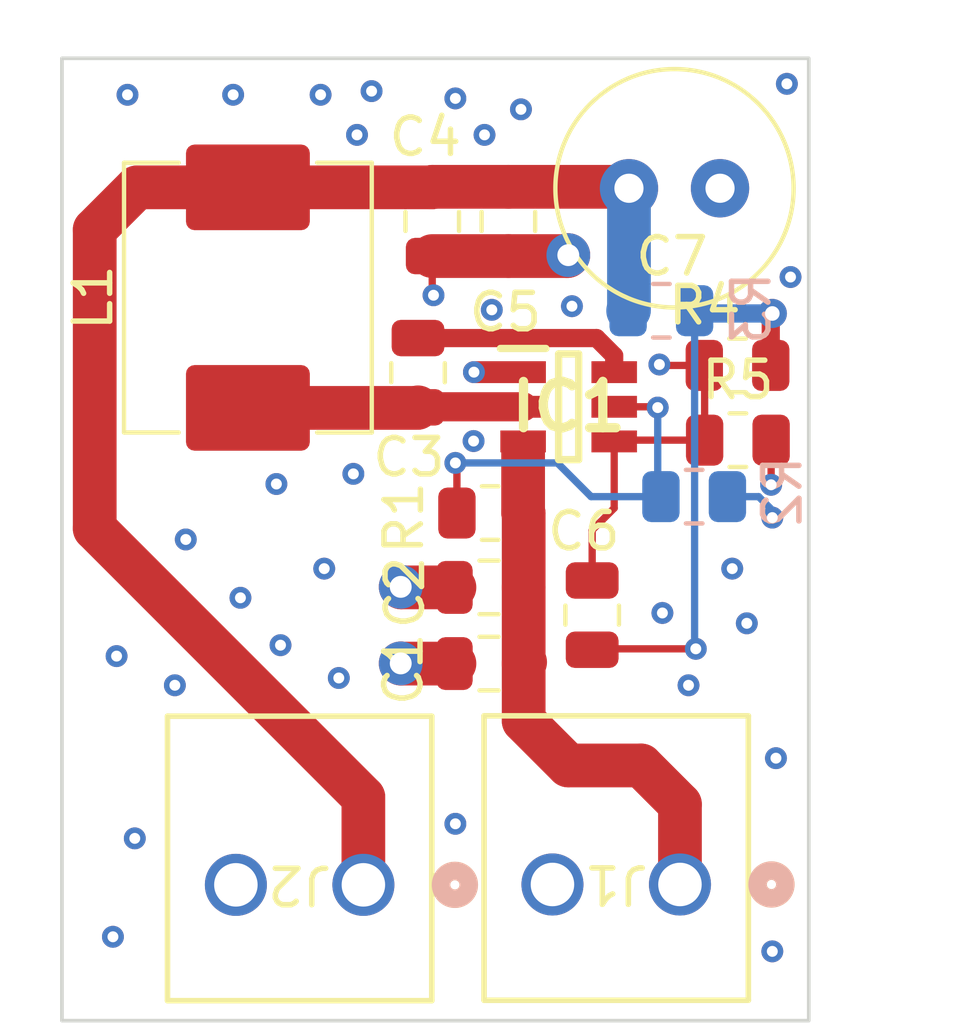
<source format=kicad_pcb>
(kicad_pcb (version 20221018) (generator pcbnew)
  (layers (0 "F.Cu" signal) (1 "In1.Cu" power) (2 "In2.Cu" power) (31 "B.Cu" signal) (34 "B.Paste" user) (35 "F.Paste" user) (36 "B.SilkS" user "B.Silkscreen") (37 "F.SilkS" user "F.Silkscreen") (38 "B.Mask" user) (39 "F.Mask" user) (44 "Edge.Cuts" user))
  (net 0 "")
  (net 1 "+12V")
  (net 2 "GND")
  (net 3 "Net-(IC1-BOOT)")
  (net 4 "Net-(IC1-SW)")
  (net 5 "Net-(C6-Pad1)")
  (net 6 "Net-(IC1-FB)")
  (net 7 "Net-(IC1-EN)")
  (net 8 "+5V")
  (footprint "Resistor_SMD:R_0805_2012Metric" (layer "F.Cu") (at 73.055 25.075)
    (fp_text reference "R5" (at 0 -1.65) (layer "F.SilkS"))
    (fp_text value "13.3K" hide)
    (fp_line (start -0.227064 -0.735) (end 0.227064 -0.735) (stroke (width 0.12)) (layer "F.SilkS"))
    (fp_line (start -0.227064 0.735) (end 0.227064 0.735) (stroke (width 0.12)) (layer "F.SilkS"))
    (pad "1" smd roundrect (at -0.9125 0) (size 1.025 1.4) (layers "F.Cu" "F.Paste" "F.Mask") (roundrect_rratio 0.243902) (net 6 "Net-(IC1-FB)"))
    (pad "2" smd roundrect (at 0.9125 0) (size 1.025 1.4) (layers "F.Cu" "F.Paste" "F.Mask") (roundrect_rratio 0.243902) (net 2 "GND"))
  )
  (footprint "footprints:CONN_1984617_PXC" (layer "F.Cu") (at 62.775 37.275 180)
    (fp_text reference "J2" (at 1.75 0 180 unlocked) (layer "F.SilkS"))
    (fp_text value "Conn_01x02" hide)
    (fp_circle (center -2.511999 0) (end -2.130999 0) (stroke (width 0.508)) (fill none) (layer "B.SilkS"))
    (fp_line (start -1.877 -3.176999) (end -1.877 4.627001) (stroke (width 0.1524)) (layer "F.SilkS"))
    (fp_line (start -1.877 4.627001) (end 5.377001 4.627001) (stroke (width 0.1524)) (layer "F.SilkS"))
    (fp_line (start 5.377001 -3.176999) (end -1.877 -3.176999) (stroke (width 0.1524)) (layer "F.SilkS"))
    (fp_line (start 5.377001 4.627001) (end 5.377001 -3.176999) (stroke (width 0.1524)) (layer "F.SilkS"))
    (fp_circle (center -2.511999 0) (end -2.130999 0) (stroke (width 0.508)) (fill none) (layer "F.SilkS"))
    (pad "1" thru_hole circle (at -0.000001 0 180) (size 1.7018 1.7018) (drill 1.1938) (layers "*.Cu" "*.Mask") (net 8 "+5V"))
    (pad "2" thru_hole circle (at 3.500002 0 180) (size 1.7018 1.7018) (drill 1.1938) (layers "*.Cu" "*.Mask") (net 2 "GND"))
  )
  (footprint "footprints:SOT95P280X110-6N" (layer "F.Cu") (at 68.41 24.16)
    (fp_text reference "IC1" (at 0 0) (layer "F.SilkS") (effects (font (size 1.27 1.27) (thickness 0.254))))
    (fp_text value "TPS54302DDCT" hide)
    (fp_line (start -1.875 -1.6) (end -0.625 -1.6) (stroke (width 0.2)) (layer "F.SilkS"))
    (fp_line (start -0.275 -1.45) (end 0.275 -1.45) (stroke (width 0.2)) (layer "F.SilkS"))
    (fp_line (start -0.275 1.45) (end -0.275 -1.45) (stroke (width 0.2)) (layer "F.SilkS"))
    (fp_line (start 0.275 -1.45) (end 0.275 1.45) (stroke (width 0.2)) (layer "F.SilkS"))
    (fp_line (start 0.275 1.45) (end -0.275 1.45) (stroke (width 0.2)) (layer "F.SilkS"))
    (pad "1" smd rect (at -1.25 -0.95 90) (size 0.6 1.25) (layers "F.Cu" "F.Paste" "F.Mask") (net 2 "GND"))
    (pad "2" smd rect (at -1.25 0 90) (size 0.6 1.25) (layers "F.Cu" "F.Paste" "F.Mask") (net 4 "Net-(IC1-SW)"))
    (pad "3" smd rect (at -1.25 0.95 90) (size 0.6 1.25) (layers "F.Cu" "F.Paste" "F.Mask") (net 1 "+12V"))
    (pad "4" smd rect (at 1.25 0.95 90) (size 0.6 1.25) (layers "F.Cu" "F.Paste" "F.Mask") (net 6 "Net-(IC1-FB)"))
    (pad "5" smd rect (at 1.25 0 90) (size 0.6 1.25) (layers "F.Cu" "F.Paste" "F.Mask") (net 7 "Net-(IC1-EN)"))
    (pad "6" smd rect (at 1.25 -0.95 90) (size 0.6 1.25) (layers "F.Cu" "F.Paste" "F.Mask") (net 3 "Net-(IC1-BOOT)"))
  )
  (footprint "Capacitor_SMD:C_0805_2012Metric" (layer "F.Cu") (at 66.225 29.115 180)
    (fp_text reference "C2" (at 2.31 -0.14 90) (layer "F.SilkS"))
    (fp_text value ".1uF" hide)
    (fp_line (start -0.261252 -0.735) (end 0.261252 -0.735) (stroke (width 0.12)) (layer "F.SilkS"))
    (fp_line (start -0.261252 0.735) (end 0.261252 0.735) (stroke (width 0.12)) (layer "F.SilkS"))
    (pad "1" smd roundrect (at -0.95 0 180) (size 1 1.45) (layers "F.Cu" "F.Paste" "F.Mask") (net 1 "+12V"))
    (pad "2" smd roundrect (at 0.95 0 180) (size 1 1.45) (layers "F.Cu" "F.Paste" "F.Mask") (net 2 "GND"))
  )
  (footprint "Capacitor_SMD:C_0805_2012Metric" (layer "F.Cu") (at 69.055 29.875 90)
    (fp_text reference "C6" (at 2.3 -0.23 -360) (layer "F.SilkS"))
    (fp_text value "75pF" hide)
    (fp_line (start -0.261252 -0.735) (end 0.261252 -0.735) (stroke (width 0.12)) (layer "F.SilkS"))
    (fp_line (start -0.261252 0.735) (end 0.261252 0.735) (stroke (width 0.12)) (layer "F.SilkS"))
    (pad "1" smd roundrect (at -0.95 0 90) (size 1 1.45) (layers "F.Cu" "F.Paste" "F.Mask") (net 5 "Net-(C6-Pad1)"))
    (pad "2" smd roundrect (at 0.95 0 90) (size 1 1.45) (layers "F.Cu" "F.Paste" "F.Mask") (net 6 "Net-(IC1-FB)"))
  )
  (footprint "Resistor_SMD:R_0805_2012Metric" (layer "F.Cu") (at 66.255 27.075 180)
    (fp_text reference "R1" (at 2.37 -0.13 90) (layer "F.SilkS"))
    (fp_text value "511K " hide)
    (fp_line (start -0.227064 -0.735) (end 0.227064 -0.735) (stroke (width 0.12)) (layer "F.SilkS"))
    (fp_line (start -0.227064 0.735) (end 0.227064 0.735) (stroke (width 0.12)) (layer "F.SilkS"))
    (pad "1" smd roundrect (at -0.9125 0 180) (size 1.025 1.4) (layers "F.Cu" "F.Paste" "F.Mask") (roundrect_rratio 0.243902) (net 1 "+12V"))
    (pad "2" smd roundrect (at 0.9125 0 180) (size 1.025 1.4) (layers "F.Cu" "F.Paste" "F.Mask") (roundrect_rratio 0.243902) (net 7 "Net-(IC1-EN)"))
  )
  (footprint "Capacitor_THT:C_Radial_D6.3mm_H11.0mm_P2.50mm" (layer "F.Cu") (at 70.065 18.165)
    (fp_text reference "C7" (at 1.18 1.87 180) (layer "F.SilkS"))
    (fp_text value "47uF" hide)
    (fp_circle (center 1.25 0) (end 4.52 0) (stroke (width 0.12)) (fill none) (layer "F.SilkS"))
    (pad "1" thru_hole circle (at 0 0) (size 1.6 1.6) (drill 0.8) (layers "*.Cu" "*.Mask") (net 8 "+5V"))
    (pad "2" thru_hole circle (at 2.5 0) (size 1.6 1.6) (drill 0.8) (layers "*.Cu" "*.Mask") (net 2 "GND"))
  )
  (footprint "Resistor_SMD:R_0805_2012Metric" (layer "F.Cu") (at 73.045 23.025 180)
    (fp_text reference "R4" (at 0.9 1.65) (layer "F.SilkS"))
    (fp_text value "100K" hide)
    (fp_line (start -0.227064 -0.735) (end 0.227064 -0.735) (stroke (width 0.12)) (layer "F.SilkS"))
    (fp_line (start -0.227064 0.735) (end 0.227064 0.735) (stroke (width 0.12)) (layer "F.SilkS"))
    (pad "1" smd roundrect (at -0.9125 0 180) (size 1.025 1.4) (layers "F.Cu" "F.Paste" "F.Mask") (roundrect_rratio 0.243902) (net 5 "Net-(C6-Pad1)"))
    (pad "2" smd roundrect (at 0.9125 0 180) (size 1.025 1.4) (layers "F.Cu" "F.Paste" "F.Mask") (roundrect_rratio 0.243902) (net 6 "Net-(IC1-FB)"))
  )
  (footprint "Inductor_SMD:L_Abracon_ASPI-0630LR" (layer "F.Cu") (at 59.605 21.165 90)
    (fp_text reference "L1" (at 0 -4.25 90) (layer "F.SilkS"))
    (fp_text value "10uH" hide)
    (fp_line (start -3.7 -3.4) (end -3.7 -1.9) (stroke (width 0.12)) (layer "F.SilkS"))
    (fp_line (start -3.7 3.4) (end -3.7 1.9) (stroke (width 0.12)) (layer "F.SilkS"))
    (fp_line (start -3.7 3.4) (end 3.7 3.4) (stroke (width 0.12)) (layer "F.SilkS"))
    (fp_line (start 3.7 -3.4) (end -3.7 -3.4) (stroke (width 0.12)) (layer "F.SilkS"))
    (fp_line (start 3.7 -3.4) (end 3.7 -1.9) (stroke (width 0.12)) (layer "F.SilkS"))
    (fp_line (start 3.7 3.4) (end 3.7 1.9) (stroke (width 0.12)) (layer "F.SilkS"))
    (pad "1" smd roundrect (at -3.025 0 90) (size 2.35 3.4) (layers "F.Cu" "F.Paste" "F.Mask") (roundrect_rratio 0.1) (net 4 "Net-(IC1-SW)"))
    (pad "2" smd roundrect (at 3.025 0 90) (size 2.35 3.4) (layers "F.Cu" "F.Paste" "F.Mask") (roundrect_rratio 0.1) (net 8 "+5V"))
  )
  (footprint "Capacitor_SMD:C_0805_2012Metric" (layer "F.Cu") (at 66.225 31.205 180)
    (fp_text reference "C1" (at 2.35 -0.16 270) (layer "F.SilkS"))
    (fp_text value "10uF" hide)
    (fp_line (start -0.261252 -0.735) (end 0.261252 -0.735) (stroke (width 0.12)) (layer "F.SilkS"))
    (fp_line (start -0.261252 0.735) (end 0.261252 0.735) (stroke (width 0.12)) (layer "F.SilkS"))
    (pad "1" smd roundrect (at -0.95 0 180) (size 1 1.45) (layers "F.Cu" "F.Paste" "F.Mask") (net 1 "+12V"))
    (pad "2" smd roundrect (at 0.95 0 180) (size 1 1.45) (layers "F.Cu" "F.Paste" "F.Mask") (net 2 "GND"))
  )
  (footprint "Capacitor_SMD:C_0805_2012Metric" (layer "F.Cu") (at 64.275 23.225 -90)
    (fp_text reference "C3" (at 2.32 0.25 -180) (layer "F.SilkS"))
    (fp_text value ".1uF" hide)
    (fp_line (start -0.261252 -0.735) (end 0.261252 -0.735) (stroke (width 0.12)) (layer "F.SilkS"))
    (fp_line (start -0.261252 0.735) (end 0.261252 0.735) (stroke (width 0.12)) (layer "F.SilkS"))
    (pad "1" smd roundrect (at -0.95 0 270) (size 1 1.45) (layers "F.Cu" "F.Paste" "F.Mask") (net 3 "Net-(IC1-BOOT)"))
    (pad "2" smd roundrect (at 0.95 0 270) (size 1 1.45) (layers "F.Cu" "F.Paste" "F.Mask") (net 4 "Net-(IC1-SW)"))
  )
  (footprint "Capacitor_SMD:C_0805_2012Metric" (layer "F.Cu") (at 64.665 19.075 -90)
    (fp_text reference "C4" (at -2.32 0.19 -180) (layer "F.SilkS"))
    (fp_text value "22uF" hide)
    (fp_line (start -0.261252 -0.735) (end 0.261252 -0.735) (stroke (width 0.12)) (layer "F.SilkS"))
    (fp_line (start -0.261252 0.735) (end 0.261252 0.735) (stroke (width 0.12)) (layer "F.SilkS"))
    (pad "1" smd roundrect (at -0.95 0 270) (size 1 1.45) (layers "F.Cu" "F.Paste" "F.Mask") (net 8 "+5V"))
    (pad "2" smd roundrect (at 0.95 0 270) (size 1 1.45) (layers "F.Cu" "F.Paste" "F.Mask") (net 2 "GND"))
  )
  (footprint "footprints:CONN_1984617_PXC" (layer "F.Cu") (at 71.465 37.265 180)
    (fp_text reference "J1" (at 1.75 0 180 unlocked) (layer "F.SilkS"))
    (fp_text value "Conn_01x02" hide)
    (fp_circle (center -2.511999 0) (end -2.130999 0) (stroke (width 0.508)) (fill none) (layer "B.SilkS"))
    (fp_line (start -1.877 -3.176999) (end -1.877 4.627001) (stroke (width 0.1524)) (layer "F.SilkS"))
    (fp_line (start -1.877 4.627001) (end 5.377001 4.627001) (stroke (width 0.1524)) (layer "F.SilkS"))
    (fp_line (start 5.377001 -3.176999) (end -1.877 -3.176999) (stroke (width 0.1524)) (layer "F.SilkS"))
    (fp_line (start 5.377001 4.627001) (end 5.377001 -3.176999) (stroke (width 0.1524)) (layer "F.SilkS"))
    (fp_circle (center -2.511999 0) (end -2.130999 0) (stroke (width 0.508)) (fill none) (layer "F.SilkS"))
    (pad "1" thru_hole circle (at -0.000001 0 180) (size 1.7018 1.7018) (drill 1.1938) (layers "*.Cu" "*.Mask") (net 1 "+12V"))
    (pad "2" thru_hole circle (at 3.500002 0 180) (size 1.7018 1.7018) (drill 1.1938) (layers "*.Cu" "*.Mask") (net 2 "GND"))
  )
  (footprint "Capacitor_SMD:C_0805_2012Metric" (layer "F.Cu") (at 66.755 19.075 -90)
    (fp_text reference "C5" (at 2.49 0.08 -180) (layer "F.SilkS"))
    (fp_text value "22uF" hide)
    (fp_line (start -0.261252 -0.735) (end 0.261252 -0.735) (stroke (width 0.12)) (layer "F.SilkS"))
    (fp_line (start -0.261252 0.735) (end 0.261252 0.735) (stroke (width 0.12)) (layer "F.SilkS"))
    (pad "1" smd roundrect (at -0.95 0 270) (size 1 1.45) (layers "F.Cu" "F.Paste" "F.Mask") (net 8 "+5V"))
    (pad "2" smd roundrect (at 0.95 0 270) (size 1 1.45) (layers "F.Cu" "F.Paste" "F.Mask") (net 2 "GND"))
  )
  (footprint "Resistor_SMD:R_0805_2012Metric" (layer "B.Cu") (at 70.955 21.525)
    (fp_text reference "R3" (at 2.47 -0.07 -270) (layer "B.SilkS") (effects (justify mirror)))
    (fp_text value "49.9" hide)
    (fp_line (start -0.227064 -0.735) (end 0.227064 -0.735) (stroke (width 0.12)) (layer "B.SilkS"))
    (fp_line (start -0.227064 0.735) (end 0.227064 0.735) (stroke (width 0.12)) (layer "B.SilkS"))
    (pad "1" smd roundrect (at -0.9125 0) (size 1.025 1.4) (layers "B.Cu" "B.Paste" "B.Mask") (roundrect_rratio 0.243902) (net 8 "+5V"))
    (pad "2" smd roundrect (at 0.9125 0) (size 1.025 1.4) (layers "B.Cu" "B.Paste" "B.Mask") (roundrect_rratio 0.243902) (net 5 "Net-(C6-Pad1)"))
  )
  (footprint "Resistor_SMD:R_0805_2012Metric" (layer "B.Cu") (at 71.855 26.625)
    (fp_text reference "R2" (at 2.42 -0.12 90) (layer "B.SilkS") (effects (justify mirror)))
    (fp_text value "105K" hide)
    (fp_line (start -0.227064 -0.735) (end 0.227064 -0.735) (stroke (width 0.12)) (layer "B.SilkS"))
    (fp_line (start -0.227064 0.735) (end 0.227064 0.735) (stroke (width 0.12)) (layer "B.SilkS"))
    (pad "1" smd roundrect (at -0.9125 0) (size 1.025 1.4) (layers "B.Cu" "B.Paste" "B.Mask") (roundrect_rratio 0.243902) (net 7 "Net-(IC1-EN)"))
    (pad "2" smd roundrect (at 0.9125 0) (size 1.025 1.4) (layers "B.Cu" "B.Paste" "B.Mask") (roundrect_rratio 0.243902) (net 2 "GND"))
  )
  (gr_rect (start 54.5 14.6) (end 75 41) (stroke (width 0.1)) (fill none) (layer "Edge.Cuts"))
  (segment (start 67.16 27.0675) (end 67.16 25.41) (width 1.2) (layer "F.Cu") (net 1))
  (segment (start 67.175 29.115) (end 67.175 27.0825) (width 1.2) (layer "F.Cu") (net 1))
  (segment (start 67.1675 27.075) (end 67.16 27.0675) (width 1.2) (layer "F.Cu") (net 1))
  (segment (start 71.465001 37.265) (end 71.465001 35.065001) (width 1.2) (layer "F.Cu") (net 1))
  (segment (start 67.175 27.0825) (end 67.1675 27.075) (width 1.2) (layer "F.Cu") (net 1))
  (segment (start 67.175 31.205) (end 67.175 29.115) (width 1.2) (layer "F.Cu") (net 1))
  (segment (start 67.175 32.775) (end 67.175 31.205) (width 1.2) (layer "F.Cu") (net 1))
  (segment (start 70.4 34) (end 68.4 34) (width 1.2) (layer "F.Cu") (net 1))
  (segment (start 68.4 34) (end 67.175 32.775) (width 1.2) (layer "F.Cu") (net 1))
  (segment (start 67.215 31.165) (end 67.175 31.205) (width 1.2) (layer "F.Cu") (net 1))
  (segment (start 71.465001 35.065001) (end 70.4 34) (width 1.2) (layer "F.Cu") (net 1))
  (segment (start 65.275 29.115) (end 63.815 29.115) (width 1.2) (layer "F.Cu") (net 2))
  (segment (start 63.815 29.115) (end 63.8 29.1) (width 1.2) (layer "F.Cu") (net 2))
  (segment (start 66.755 20.025) (end 68.375 20.025) (width 1.2) (layer "F.Cu") (net 2))
  (segment (start 64.665 20.025) (end 64.665 21.065) (width 0.2) (layer "F.Cu") (net 2))
  (segment (start 68.375 20.025) (end 68.4 20) (width 1.2) (layer "F.Cu") (net 2))
  (segment (start 73.9675 26.3) (end 73.9675 25.075) (width 0.2) (layer "F.Cu") (net 2))
  (segment (start 65.81 23.21) (end 67.16 23.21) (width 0.6) (layer "F.Cu") (net 2))
  (segment (start 64.665 20.025) (end 66.755 20.025) (width 1.2) (layer "F.Cu") (net 2))
  (segment (start 63.805 31.205) (end 63.8 31.2) (width 1.2) (layer "F.Cu") (net 2))
  (segment (start 65.275 31.205) (end 63.805 31.205) (width 1.2) (layer "F.Cu") (net 2))
  (via (at 65.8 25.1) (size 0.6) (drill 0.3) (layers "F.Cu" "B.Cu") (net 2))
  (via (at 66.3 21.5) (size 0.6) (drill 0.3) (layers "F.Cu" "B.Cu") (net 2))
  (via (at 60.5 30.7) (size 0.6) (drill 0.3) (layers "F.Cu" "B.Cu") (net 2))
  (via (at 56.3 15.6) (size 0.6) (drill 0.3) (layers "F.Cu" "B.Cu") (net 2))
  (via (at 61.7 28.6) (size 0.6) (drill 0.3) (layers "F.Cu" "B.Cu") (net 2))
  (via (at 65.81 23.21) (size 0.6) (drill 0.3) (layers "F.Cu" "B.Cu") (net 2))
  (via (at 57.9 27.8) (size 0.6) (drill 0.3) (layers "F.Cu" "B.Cu") (net 2))
  (via (at 63 15.5) (size 0.6) (drill 0.3) (layers "F.Cu" "B.Cu") (net 2))
  (via (at 71.7 31.8) (size 0.6) (drill 0.3) (layers "F.Cu" "B.Cu") (net 2))
  (via (at 68.4 20) (size 1.2) (drill 0.6) (layers "F.Cu" "B.Cu") (net 2))
  (via (at 55.9 38.7) (size 0.6) (drill 0.3) (layers "F.Cu" "B.Cu") (net 2))
  (via (at 59.4 29.4) (size 0.6) (drill 0.3) (layers "F.Cu" "B.Cu") (net 2))
  (via (at 56 31) (size 0.6) (drill 0.3) (layers "F.Cu" "B.Cu") (net 2))
  (via (at 70.983247 29.81634) (size 0.6) (drill 0.3) (layers "F.Cu" "B.Cu") (net 2))
  (via (at 62.1 31.6) (size 0.6) (drill 0.3) (layers "F.Cu" "B.Cu") (net 2))
  (via (at 74 39.1) (size 0.6) (drill 0.3) (layers "F.Cu" "B.Cu") (net 2))
  (via (at 68.5 21.4) (size 0.6) (drill 0.3) (layers "F.Cu" "B.Cu") (net 2))
  (via (at 67.1 16) (size 0.6) (drill 0.3) (layers "F.Cu" "B.Cu") (net 2))
  (via (at 72.9 28.6) (size 0.6) (drill 0.3) (layers "F.Cu" "B.Cu") (net 2))
  (via (at 74.4 15.3) (size 0.6) (drill 0.3) (layers "F.Cu" "B.Cu") (net 2))
  (via (at 60.386946 26.278265) (size 0.6) (drill 0.3) (layers "F.Cu" "B.Cu") (net 2))
  (via (at 66.1 16.7) (size 0.6) (drill 0.3) (layers "F.Cu" "B.Cu") (net 2))
  (via (at 73.3 30.1) (size 0.6) (drill 0.3) (layers "F.Cu" "B.Cu") (net 2))
  (via (at 63.8 29.1) (size 1.2) (drill 0.6) (layers "F.Cu" "B.Cu") (net 2))
  (via (at 57.6 31.8) (size 0.6) (drill 0.3) (layers "F.Cu" "B.Cu") (net 2))
  (via (at 63.8 31.2) (size 1.2) (drill 0.6) (layers "F.Cu" "B.Cu") (net 2))
  (via (at 61.6 15.6) (size 0.6) (drill 0.3) (layers "F.Cu" "B.Cu") (net 2))
  (via (at 74 27.2) (size 0.6) (drill 0.3) (layers "F.Cu" "B.Cu") (net 2))
  (via (at 62.5 26) (size 0.6) (drill 0.3) (layers "F.Cu" "B.Cu") (net 2))
  (via (at 64.7 21.1) (size 0.6) (drill 0.3) (layers "F.Cu" "B.Cu") (net 2))
  (via (at 74.1 33.8) (size 0.6) (drill 0.3) (layers "F.Cu" "B.Cu") (net 2))
  (via (at 56.5 36) (size 0.6) (drill 0.3) (layers "F.Cu" "B.Cu") (net 2))
  (via (at 62.6 16.7) (size 0.6) (drill 0.3) (layers "F.Cu" "B.Cu") (net 2))
  (via (at 65.3 35.6) (size 0.6) (drill 0.3) (layers "F.Cu" "B.Cu") (net 2))
  (via (at 59.2 15.6) (size 0.6) (drill 0.3) (layers "F.Cu" "B.Cu") (net 2))
  (via (at 73.9675 26.3) (size 0.6) (drill 0.3) (layers "F.Cu" "B.Cu") (net 2))
  (via (at 74.5 20.6) (size 0.6) (drill 0.3) (layers "F.Cu" "B.Cu") (net 2))
  (via (at 65.3 15.7) (size 0.6) (drill 0.3) (layers "F.Cu" "B.Cu") (net 2))
  (segment (start 73.625 26.625) (end 74 27) (width 0.2) (layer "B.Cu") (net 2))
  (segment (start 74 27) (end 74 27.2) (width 0.2) (layer "B.Cu") (net 2))
  (segment (start 72.7675 26.625) (end 73.625 26.625) (width 0.2) (layer "B.Cu") (net 2))
  (segment (start 69.66 22.76) (end 69.175 22.275) (width 0.5) (layer "F.Cu") (net 3))
  (segment (start 69.175 22.275) (end 64.775 22.275) (width 0.5) (layer "F.Cu") (net 3))
  (segment (start 69.66 23.21) (end 69.66 22.76) (width 0.5) (layer "F.Cu") (net 3))
  (segment (start 67.16 24.16) (end 64.79 24.16) (width 0.8) (layer "F.Cu") (net 4))
  (segment (start 64.79 24.16) (end 64.775 24.175) (width 0.8) (layer "F.Cu") (net 4))
  (segment (start 64.26 24.19) (end 64.275 24.175) (width 1.2) (layer "F.Cu") (net 4))
  (segment (start 59.605 24.19) (end 64.26 24.19) (width 1.2) (layer "F.Cu") (net 4))
  (segment (start 59.92 24.175) (end 59.905 24.19) (width 1.2) (layer "F.Cu") (net 4))
  (segment (start 73.9575 23.025) (end 73.9575 21.6425) (width 0.5) (layer "F.Cu") (net 5))
  (segment (start 69.08 30.8) (end 69.055 30.825) (width 0.2) (layer "F.Cu") (net 5))
  (segment (start 71.9 30.8) (end 69.08 30.8) (width 0.2) (layer "F.Cu") (net 5))
  (segment (start 73.9575 21.6425) (end 74 21.6) (width 0.5) (layer "F.Cu") (net 5))
  (via (at 71.9 30.8) (size 0.6) (drill 0.3) (layers "F.Cu" "B.Cu") (net 5))
  (via (at 74 21.6) (size 0.8) (drill 0.4) (layers "F.Cu" "B.Cu") (net 5))
  (segment (start 74 21.6) (end 72.1425 21.6) (width 0.5) (layer "B.Cu") (net 5))
  (segment (start 71.8675 30.7675) (end 71.9 30.8) (width 0.2) (layer "B.Cu") (net 5))
  (segment (start 71.8675 21.525) (end 71.8675 30.7675) (width 0.2) (layer "B.Cu") (net 5))
  (segment (start 72.1425 21.6) (end 71.8675 21.325) (width 0.5) (layer "B.Cu") (net 5))
  (segment (start 69.695 25.075) (end 69.66 25.11) (width 0.2) (layer "F.Cu") (net 6))
  (segment (start 70.925 23.025) (end 70.9 23) (width 0.2) (layer "F.Cu") (net 6))
  (segment (start 69.055 28.925) (end 69.055 27.545) (width 0.2) (layer "F.Cu") (net 6))
  (segment (start 69.66 26.94) (end 69.66 25.11) (width 0.2) (layer "F.Cu") (net 6))
  (segment (start 69.055 27.545) (end 69.66 26.94) (width 0.2) (layer "F.Cu") (net 6))
  (segment (start 72.1325 23.025) (end 70.925 23.025) (width 0.2) (layer "F.Cu") (net 6))
  (segment (start 72.1425 25.075) (end 72.1425 23.035) (width 0.2) (layer "F.Cu") (net 6))
  (segment (start 72.1425 25.075) (end 69.695 25.075) (width 0.2) (layer "F.Cu") (net 6))
  (segment (start 72.1425 23.035) (end 72.1325 23.025) (width 0.2) (layer "F.Cu") (net 6))
  (via (at 70.9 23) (size 0.6) (drill 0.3) (layers "F.Cu" "B.Cu") (net 6))
  (segment (start 70.8546 24.181601) (end 70.832999 24.16) (width 0.2) (layer "F.Cu") (net 7))
  (segment (start 65.3425 27.075) (end 65.3425 25.7425) (width 0.2) (layer "F.Cu") (net 7))
  (segment (start 65.4 27.0175) (end 65.3425 27.075) (width 0.2) (layer "F.Cu") (net 7))
  (segment (start 70.832999 24.16) (end 69.66 24.16) (width 0.2) (layer "F.Cu") (net 7))
  (segment (start 65.3425 25.7425) (end 65.3 25.7) (width 0.2) (layer "F.Cu") (net 7))
  (via (at 70.8546 24.181601) (size 0.6) (drill 0.3) (layers "F.Cu" "B.Cu") (net 7))
  (via (at 65.3 25.7) (size 0.6) (drill 0.3) (layers "F.Cu" "B.Cu") (net 7))
  (segment (start 70.8546 24.181601) (end 70.8546 26.4371) (width 0.2) (layer "B.Cu") (net 7))
  (segment (start 65.3 25.7) (end 68.1 25.7) (width 0.2) (layer "B.Cu") (net 7))
  (segment (start 68.1 25.7) (end 69.025 26.625) (width 0.2) (layer "B.Cu") (net 7))
  (segment (start 70.8546 26.4371) (end 71.0425 26.625) (width 0.2) (layer "B.Cu") (net 7))
  (segment (start 69.025 26.625) (end 70.9425 26.625) (width 0.2) (layer "B.Cu") (net 7))
  (segment (start 62.775001 34.875001) (end 55.4 27.5) (width 1.2) (layer "F.Cu") (net 8))
  (segment (start 56.56 18.14) (end 59.605 18.14) (width 1.2) (layer "F.Cu") (net 8))
  (segment (start 55.4 19.3) (end 56.56 18.14) (width 1.2) (layer "F.Cu") (net 8))
  (segment (start 64.65 18.14) (end 64.665 18.125) (width 1.2) (layer "F.Cu") (net 8))
  (segment (start 55.4 27.5) (end 55.4 19.3) (width 1.2) (layer "F.Cu") (net 8))
  (segment (start 66.755 18.125) (end 70.025 18.125) (width 1.2) (layer "F.Cu") (net 8))
  (segment (start 62.775001 37.275) (end 62.775001 34.875001) (width 1.2) (layer "F.Cu") (net 8))
  (segment (start 59.905 18.14) (end 64.65 18.14) (width 1.2) (layer "F.Cu") (net 8))
  (segment (start 70.025 18.125) (end 70.065 18.165) (width 1.2) (layer "F.Cu") (net 8))
  (segment (start 64.665 18.125) (end 66.755 18.125) (width 1.2) (layer "F.Cu") (net 8))
  (segment (start 70.065 21.5025) (end 70.0425 21.525) (width 1.2) (layer "B.Cu") (net 8))
  (segment (start 70.065 18.165) (end 70.065 21.5025) (width 1.2) (layer "B.Cu") (net 8))
)
</source>
